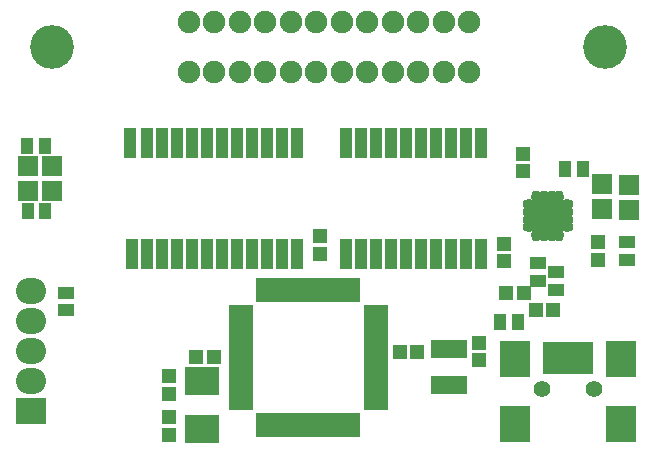
<source format=gts>
G04 #@! TF.FileFunction,Soldermask,Top*
%FSLAX46Y46*%
G04 Gerber Fmt 4.6, Leading zero omitted, Abs format (unit mm)*
G04 Created by KiCad (PCBNEW 4.1.0-alpha+201605091531+6781~44~ubuntu15.10.1-product) date Mon 19 Sep 2016 03:19:41 PM CEST*
%MOMM*%
%LPD*%
G01*
G04 APERTURE LIST*
%ADD10C,0.150000*%
%ADD11R,2.508000X2.508000*%
%ADD12O,0.808000X1.108000*%
%ADD13O,1.108000X0.808000*%
%ADD14R,1.108000X2.508000*%
%ADD15R,0.914400X2.032000*%
%ADD16R,2.032000X0.914400*%
%ADD17R,1.008380X2.809240*%
%ADD18R,2.506980X3.007360*%
%ADD19C,1.407160*%
%ADD20R,1.008000X1.408000*%
%ADD21R,1.408000X1.008000*%
%ADD22R,1.258000X1.308000*%
%ADD23R,1.308000X1.258000*%
%ADD24R,3.008000X1.508000*%
%ADD25R,1.706880X1.706880*%
%ADD26C,1.905000*%
%ADD27C,3.708400*%
%ADD28R,2.540000X2.235200*%
%ADD29O,2.540000X2.235200*%
%ADD30R,2.908000X2.408000*%
G04 APERTURE END LIST*
D10*
D11*
X169300000Y-98500000D03*
D12*
X168325000Y-96900000D03*
X168975000Y-96900000D03*
X169625000Y-96900000D03*
X170275000Y-96900000D03*
D13*
X170900000Y-97525000D03*
X170900000Y-98175000D03*
X170900000Y-98825000D03*
X170900000Y-99475000D03*
D12*
X170275000Y-100100000D03*
X169625000Y-100100000D03*
X168975000Y-100100000D03*
X168325000Y-100100000D03*
D13*
X167700000Y-99475000D03*
X167700000Y-98825000D03*
X167700000Y-98175000D03*
X167700000Y-97525000D03*
D14*
X148040000Y-92300000D03*
X146770000Y-92300000D03*
X145500000Y-92300000D03*
X144230000Y-92300000D03*
X142960000Y-92300000D03*
X141690000Y-92300000D03*
X140420000Y-92300000D03*
X139150000Y-92300000D03*
X137880000Y-92300000D03*
X136610000Y-92300000D03*
X135340000Y-92300000D03*
X133943000Y-92300000D03*
X148040000Y-101700000D03*
X146770000Y-101700000D03*
X145500000Y-101700000D03*
X144230000Y-101700000D03*
X142960000Y-101700000D03*
X141690000Y-101700000D03*
X140420000Y-101700000D03*
X139150000Y-101700000D03*
X137880000Y-101700000D03*
X136610000Y-101700000D03*
X135340000Y-101700000D03*
X134070000Y-101700000D03*
X163615000Y-92300000D03*
X162345000Y-92300000D03*
X161075000Y-92300000D03*
X159805000Y-92300000D03*
X158535000Y-92300000D03*
X157265000Y-92300000D03*
X155995000Y-92300000D03*
X154725000Y-92300000D03*
X153455000Y-92300000D03*
X152185000Y-92300000D03*
X152185000Y-101700000D03*
X153455000Y-101700000D03*
X154725000Y-101700000D03*
X155995000Y-101700000D03*
X157265000Y-101700000D03*
X158535000Y-101700000D03*
X159805000Y-101700000D03*
X161075000Y-101700000D03*
X162345000Y-101700000D03*
X163615000Y-101700000D03*
D15*
X149000000Y-116215000D03*
X149800100Y-116215000D03*
X150600200Y-116215000D03*
X151400300Y-116215000D03*
X152200400Y-116215000D03*
X153000500Y-116215000D03*
X148199900Y-116215000D03*
X147399800Y-116215000D03*
X146599700Y-116215000D03*
X145799600Y-116215000D03*
X144999500Y-116215000D03*
X149000000Y-104785000D03*
X149800100Y-104785000D03*
X150600200Y-104785000D03*
X151400300Y-104785000D03*
X152200400Y-104785000D03*
X153000500Y-104785000D03*
X148199900Y-104785000D03*
X147399800Y-104785000D03*
X146599700Y-104785000D03*
X145799600Y-104785000D03*
X144999500Y-104785000D03*
D16*
X154715000Y-110500000D03*
X143285000Y-110500000D03*
X154715000Y-109699900D03*
X143285000Y-109699900D03*
X143285000Y-108899800D03*
X154715000Y-108899800D03*
X154715000Y-108099700D03*
X143285000Y-108099700D03*
X143285000Y-107299600D03*
X154715000Y-107299600D03*
X154715000Y-106499500D03*
X143285000Y-106499500D03*
X143285000Y-111300100D03*
X154715000Y-111300100D03*
X154715000Y-112100200D03*
X143285000Y-112100200D03*
X143285000Y-112900300D03*
X154715000Y-112900300D03*
X154715000Y-113700400D03*
X143285000Y-113700400D03*
X143285000Y-114500500D03*
X154715000Y-114500500D03*
D17*
X169399800Y-110550680D03*
X170199900Y-110550680D03*
X171000000Y-110550680D03*
X171800100Y-110550680D03*
X172600200Y-110550680D03*
D18*
X166549920Y-110649740D03*
X166549920Y-116148840D03*
X175450080Y-110649740D03*
X175450080Y-116148840D03*
D19*
X168800360Y-113149100D03*
X173199640Y-113149100D03*
D20*
X170750000Y-94500000D03*
X172250000Y-94500000D03*
X126750000Y-98100000D03*
X125250000Y-98100000D03*
X126700000Y-92600000D03*
X125200000Y-92600000D03*
D21*
X170000000Y-104750000D03*
X170000000Y-103250000D03*
X168500000Y-104000000D03*
X168500000Y-102500000D03*
D22*
X163500000Y-109250000D03*
X163500000Y-110750000D03*
X137200000Y-112050000D03*
X137200000Y-113550000D03*
X137200000Y-115550000D03*
X137200000Y-117050000D03*
D23*
X139500000Y-110500000D03*
X141000000Y-110500000D03*
D22*
X173500000Y-100750000D03*
X173500000Y-102250000D03*
D24*
X160900000Y-109800000D03*
X160900000Y-112800000D03*
D22*
X150000000Y-101750000D03*
X150000000Y-100250000D03*
X167150000Y-94750000D03*
X167150000Y-93250000D03*
X165600000Y-102350000D03*
X165600000Y-100850000D03*
D23*
X167250000Y-105000000D03*
X165750000Y-105000000D03*
X156750000Y-110000000D03*
X158250000Y-110000000D03*
X169750000Y-106500000D03*
X168250000Y-106500000D03*
D25*
X125254480Y-94278000D03*
X127352520Y-94278000D03*
X125254480Y-96437000D03*
X127352520Y-96437000D03*
X176129240Y-97980260D03*
X176129240Y-95882220D03*
X173843240Y-95836500D03*
X173843240Y-97934540D03*
D20*
X165250000Y-107500000D03*
X166750000Y-107500000D03*
D26*
X151828500Y-86347300D03*
X153987500Y-86347300D03*
X147510500Y-86347300D03*
X149669500Y-86347300D03*
X151828500Y-82054700D03*
X149669500Y-82054700D03*
X147510500Y-82054700D03*
X153987500Y-82054700D03*
X145351500Y-86347300D03*
X143192500Y-86347300D03*
X141033500Y-86347300D03*
X138874500Y-86347300D03*
X145351500Y-82054700D03*
X143192500Y-82054700D03*
X141033500Y-82054700D03*
X138874500Y-82054700D03*
X156146500Y-86347300D03*
X158305500Y-86347300D03*
X160464500Y-86347300D03*
X162623500Y-86347300D03*
X156146500Y-82054700D03*
X158305500Y-82054700D03*
X160464500Y-82054700D03*
X162623500Y-82054700D03*
D27*
X174155100Y-84201000D03*
X127342900Y-84201000D03*
D28*
X125500000Y-115040000D03*
D29*
X125500000Y-112500000D03*
X125500000Y-109960000D03*
X125500000Y-107420000D03*
X125500000Y-104880000D03*
D21*
X128500000Y-105000000D03*
X128500000Y-106500000D03*
X176000000Y-102250000D03*
X176000000Y-100750000D03*
D30*
X140000000Y-116550000D03*
X140000000Y-112450000D03*
M02*

</source>
